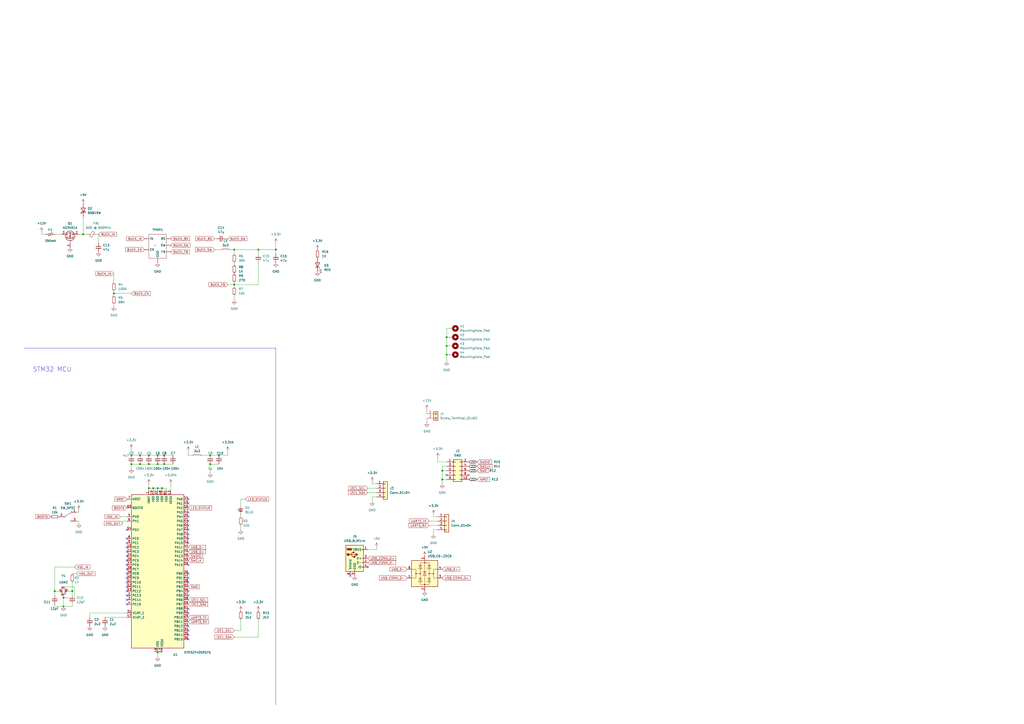
<source format=kicad_sch>
(kicad_sch (version 20230121) (generator eeschema)
  (paper "A2")
  (title_block (title "stm32devboard") (date "2023-11-18"))
  (lib_symbols
    (symbol "Connector:Screw_Terminal_01x02" (pin_names (offset 1.016) hide)
      (property "Reference" "J" (at 0 2.54 0))
      (property "Value" "Screw_Terminal_01x02" (at 0 -5.08 0))
      (symbol "Screw_Terminal_01x02_1_1"
        (pin passive line (at -5.08 0 0) (length 3.81) (name "Pin_1") (number "1"))
        (pin passive line (at -5.08 -2.54 0) (length 3.81) (name "Pin_2") (number "2"))
      )
    )
    (symbol "Connector:USB_B_Micro" (pin_names (offset 1.016))
      (property "Reference" "J" (at -5.08 11.43 0))
      (property "Value" "USB_B_Micro" (at -5.08 8.89 0))
      (symbol "USB_B_Micro_1_1"
        (pin power_out line (at 7.62 5.08 180) (length 2.54) (name "VBUS") (number "1"))
        (pin bidirectional line (at 7.62 -2.54 180) (length 2.54) (name "D-") (number "2"))
        (pin bidirectional line (at 7.62 0 180) (length 2.54) (name "D+") (number "3"))
        (pin passive line (at 7.62 -5.08 180) (length 2.54) (name "ID") (number "4"))
        (pin power_out line (at 0 -10.16 90) (length 2.54) (name "GND") (number "5"))
        (pin passive line (at -2.54 -10.16 90) (length 2.54) (name "Shield") (number "6"))
      )
    )
    (symbol "Connector_Generic:Conn_01x04" (pin_names (offset 1.016) hide)
      (property "Reference" "J" (at 0 5.08 0))
      (property "Value" "Conn_01x04" (at 0 -7.62 0))
      (symbol "Conn_01x04_1_1"
        (pin passive line (at -5.08 2.54 0) (length 3.81) (name "Pin_1") (number "1"))
        (pin passive line (at -5.08 0 0) (length 3.81) (name "Pin_2") (number "2"))
        (pin passive line (at -5.08 -2.54 0) (length 3.81) (name "Pin_3") (number "3"))
        (pin passive line (at -5.08 -5.08 0) (length 3.81) (name "Pin_4") (number "4"))
      )
    )
    (symbol "Connector_Generic:Conn_02x05_Odd_Even" (pin_names (offset 1.016) hide)
      (property "Reference" "J" (at 1.27 7.62 0))
      (property "Value" "Conn_02x05_Odd_Even" (at 1.27 -7.62 0))
      (symbol "Conn_02x05_Odd_Even_1_1"
        (pin passive line (at -5.08 5.08 0) (length 3.81) (name "Pin_1") (number "1"))
        (pin passive line (at 7.62 -5.08 180) (length 3.81) (name "Pin_10") (number "10"))
        (pin passive line (at 7.62 5.08 180) (length 3.81) (name "Pin_2") (number "2"))
        (pin passive line (at -5.08 2.54 0) (length 3.81) (name "Pin_3") (number "3"))
        (pin passive line (at 7.62 2.54 180) (length 3.81) (name "Pin_4") (number "4"))
        (pin passive line (at -5.08 0 0) (length 3.81) (name "Pin_5") (number "5"))
        (pin passive line (at 7.62 0 180) (length 3.81) (name "Pin_6") (number "6"))
        (pin passive line (at -5.08 -2.54 0) (length 3.81) (name "Pin_7") (number "7"))
        (pin passive line (at 7.62 -2.54 180) (length 3.81) (name "Pin_8") (number "8"))
        (pin passive line (at -5.08 -5.08 0) (length 3.81) (name "Pin_9") (number "9"))
      )
    )
    (symbol "Device:C_Small" (pin_numbers hide) (pin_names (offset 0.254) hide)
      (property "Reference" "C" (at 0.254 1.778 0))
      (property "Value" "C_Small" (at 0.254 -2.032 0))
      (symbol "C_Small_1_1"
        (pin passive line (at 0 2.54 270) (length 2.032) (name "~") (number "1"))
        (pin passive line (at 0 -2.54 90) (length 2.032) (name "~") (number "2"))
      )
    )
    (symbol "Device:Crystal_GND24_Small" (pin_names (offset 1.016) hide)
      (property "Reference" "Y" (at 1.27 4.445 0))
      (property "Value" "Crystal_GND24_Small" (at 1.27 2.54 0))
      (symbol "Crystal_GND24_Small_1_1"
        (pin passive line (at -2.54 0 0) (length 1.27) (name "1") (number "1"))
        (pin passive line (at 0 -2.54 90) (length 0.635) (name "2") (number "2"))
        (pin passive line (at 2.54 0 180) (length 1.27) (name "3") (number "3"))
        (pin passive line (at 0 2.54 270) (length 0.635) (name "4") (number "4"))
      )
    )
    (symbol "Device:D_Schottky" (pin_numbers hide) (pin_names (offset 1.016) hide)
      (property "Reference" "D" (at 0 2.54 0))
      (property "Value" "D_Schottky" (at 0 -2.54 0))
      (symbol "D_Schottky_1_1"
        (pin passive line (at -3.81 0 0) (length 2.54) (name "K") (number "1"))
        (pin passive line (at 3.81 0 180) (length 2.54) (name "A") (number "2"))
      )
    )
    (symbol "Device:FerriteBead_Small" (pin_numbers hide) (pin_names (offset 0))
      (property "Reference" "FB" (at 1.905 1.27 0))
      (property "Value" "FerriteBead_Small" (at 1.905 -1.27 0))
      (symbol "FerriteBead_Small_1_1"
        (pin passive line (at 0 2.54 270) (length 1.27) (name "~") (number "1"))
        (pin passive line (at 0 -2.54 90) (length 1.27) (name "~") (number "2"))
      )
    )
    (symbol "Device:LED" (pin_numbers hide) (pin_names (offset 1.016) hide)
      (property "Reference" "D" (at 0 2.54 0))
      (property "Value" "LED" (at 0 -2.54 0))
      (symbol "LED_1_1"
        (pin passive line (at -3.81 0 0) (length 2.54) (name "K") (number "1"))
        (pin passive line (at 3.81 0 180) (length 2.54) (name "A") (number "2"))
      )
    )
    (symbol "Device:LED_Small" (pin_numbers hide) (pin_names (offset 0.254) hide)
      (property "Reference" "D" (at -1.27 3.175 0))
      (property "Value" "LED_Small" (at -4.445 -2.54 0))
      (symbol "LED_Small_1_1"
        (pin passive line (at -2.54 0 0) (length 1.778) (name "K") (number "1"))
        (pin passive line (at 2.54 0 180) (length 1.778) (name "A") (number "2"))
      )
    )
    (symbol "Device:L_Small" (pin_numbers hide) (pin_names (offset 0.254) hide)
      (property "Reference" "L" (at 0.762 1.016 0))
      (property "Value" "L_Small" (at 0.762 -1.016 0))
      (symbol "L_Small_1_1"
        (pin passive line (at 0 2.54 270) (length 0.508) (name "~") (number "1"))
        (pin passive line (at 0 -2.54 90) (length 0.508) (name "~") (number "2"))
      )
    )
    (symbol "Device:Polyfuse_Small" (pin_numbers hide) (pin_names (offset 0))
      (property "Reference" "F" (at -1.905 0 90))
      (property "Value" "Polyfuse_Small" (at 1.905 0 90))
      (symbol "Polyfuse_Small_1_1"
        (pin passive line (at 0 2.54 270) (length 0.635) (name "~") (number "1"))
        (pin passive line (at 0 -2.54 90) (length 0.635) (name "~") (number "2"))
      )
    )
    (symbol "Device:R_Small" (pin_numbers hide) (pin_names (offset 0.254) hide)
      (property "Reference" "R" (at 0.762 0.508 0))
      (property "Value" "R_Small" (at 0.762 -1.016 0))
      (symbol "R_Small_1_1"
        (pin passive line (at 0 2.54 270) (length 0.762) (name "~") (number "1"))
        (pin passive line (at 0 -2.54 90) (length 0.762) (name "~") (number "2"))
      )
    )
    (symbol "MCU_ST_STM32F4:STM32F405RGTx"
      (property "Reference" "U" (at -15.24 46.99 0))
      (property "Value" "STM32F405RGTx" (at 10.16 46.99 0))
      (symbol "STM32F405RGTx_1_1"
        (pin power_in line (at -5.08 48.26 270) (length 2.54) (name "VBAT") (number "1"))
        (pin bidirectional line (at -17.78 15.24 0) (length 2.54) (name "PC2") (number "10"))
        (pin bidirectional line (at -17.78 12.7 0) (length 2.54) (name "PC3") (number "11"))
        (pin power_in line (at 2.54 -45.72 90) (length 2.54) (name "VSSA") (number "12"))
        (pin power_in line (at 7.62 48.26 270) (length 2.54) (name "VDDA") (number "13"))
        (pin bidirectional line (at 17.78 43.18 180) (length 2.54) (name "PA0") (number "14"))
        (pin bidirectional line (at 17.78 40.64 180) (length 2.54) (name "PA1") (number "15"))
        (pin bidirectional line (at 17.78 38.1 180) (length 2.54) (name "PA2") (number "16"))
        (pin bidirectional line (at 17.78 35.56 180) (length 2.54) (name "PA3") (number "17"))
        (pin power_in line (at 0 -45.72 90) (length 2.54) (name "VSS") (number "18"))
        (pin power_in line (at -2.54 48.26 270) (length 2.54) (name "VDD") (number "19"))
        (pin bidirectional line (at -17.78 -12.7 0) (length 2.54) (name "PC13") (number "2"))
        (pin bidirectional line (at 17.78 33.02 180) (length 2.54) (name "PA4") (number "20"))
        (pin bidirectional line (at 17.78 30.48 180) (length 2.54) (name "PA5") (number "21"))
        (pin bidirectional line (at 17.78 27.94 180) (length 2.54) (name "PA6") (number "22"))
        (pin bidirectional line (at 17.78 25.4 180) (length 2.54) (name "PA7") (number "23"))
        (pin bidirectional line (at -17.78 10.16 0) (length 2.54) (name "PC4") (number "24"))
        (pin bidirectional line (at -17.78 7.62 0) (length 2.54) (name "PC5") (number "25"))
        (pin bidirectional line (at 17.78 0 180) (length 2.54) (name "PB0") (number "26"))
        (pin bidirectional line (at 17.78 -2.54 180) (length 2.54) (name "PB1") (number "27"))
        (pin bidirectional line (at 17.78 -5.08 180) (length 2.54) (name "PB2") (number "28"))
        (pin bidirectional line (at 17.78 -25.4 180) (length 2.54) (name "PB10") (number "29"))
        (pin bidirectional line (at -17.78 -15.24 0) (length 2.54) (name "PC14") (number "3"))
        (pin bidirectional line (at 17.78 -27.94 180) (length 2.54) (name "PB11") (number "30"))
        (pin power_out line (at -17.78 -22.86 0) (length 2.54) (name "VCAP_1") (number "31"))
        (pin power_in line (at 0 48.26 270) (length 2.54) (name "VDD") (number "32"))
        (pin bidirectional line (at 17.78 -30.48 180) (length 2.54) (name "PB12") (number "33"))
        (pin bidirectional line (at 17.78 -33.02 180) (length 2.54) (name "PB13") (number "34"))
        (pin bidirectional line (at 17.78 -35.56 180) (length 2.54) (name "PB14") (number "35"))
        (pin bidirectional line (at 17.78 -38.1 180) (length 2.54) (name "PB15") (number "36"))
        (pin bidirectional line (at -17.78 5.08 0) (length 2.54) (name "PC6") (number "37"))
        (pin bidirectional line (at -17.78 2.54 0) (length 2.54) (name "PC7") (number "38"))
        (pin bidirectional line (at -17.78 0 0) (length 2.54) (name "PC8") (number "39"))
        (pin bidirectional line (at -17.78 -17.78 0) (length 2.54) (name "PC15") (number "4"))
        (pin bidirectional line (at -17.78 -2.54 0) (length 2.54) (name "PC9") (number "40"))
        (pin bidirectional line (at 17.78 22.86 180) (length 2.54) (name "PA8") (number "41"))
        (pin bidirectional line (at 17.78 20.32 180) (length 2.54) (name "PA9") (number "42"))
        (pin bidirectional line (at 17.78 17.78 180) (length 2.54) (name "PA10") (number "43"))
        (pin bidirectional line (at 17.78 15.24 180) (length 2.54) (name "PA11") (number "44"))
        (pin bidirectional line (at 17.78 12.7 180) (length 2.54) (name "PA12") (number "45"))
        (pin bidirectional line (at 17.78 10.16 180) (length 2.54) (name "PA13") (number "46"))
        (pin power_out line (at -17.78 -25.4 0) (length 2.54) (name "VCAP_2") (number "47"))
        (pin power_in line (at 2.54 48.26 270) (length 2.54) (name "VDD") (number "48"))
        (pin bidirectional line (at 17.78 7.62 180) (length 2.54) (name "PA14") (number "49"))
        (pin bidirectional line (at -17.78 33.02 0) (length 2.54) (name "PH0") (number "5"))
        (pin bidirectional line (at 17.78 5.08 180) (length 2.54) (name "PA15") (number "50"))
        (pin bidirectional line (at -17.78 -5.08 0) (length 2.54) (name "PC10") (number "51"))
        (pin bidirectional line (at -17.78 -7.62 0) (length 2.54) (name "PC11") (number "52"))
        (pin bidirectional line (at -17.78 -10.16 0) (length 2.54) (name "PC12") (number "53"))
        (pin bidirectional line (at -17.78 25.4 0) (length 2.54) (name "PD2") (number "54"))
        (pin bidirectional line (at 17.78 -7.62 180) (length 2.54) (name "PB3") (number "55"))
        (pin bidirectional line (at 17.78 -10.16 180) (length 2.54) (name "PB4") (number "56"))
        (pin bidirectional line (at 17.78 -12.7 180) (length 2.54) (name "PB5") (number "57"))
        (pin bidirectional line (at 17.78 -15.24 180) (length 2.54) (name "PB6") (number "58"))
        (pin bidirectional line (at 17.78 -17.78 180) (length 2.54) (name "PB7") (number "59"))
        (pin bidirectional line (at -17.78 30.48 0) (length 2.54) (name "PH1") (number "6"))
        (pin input line (at -17.78 38.1 0) (length 2.54) (name "BOOT0") (number "60"))
        (pin bidirectional line (at 17.78 -20.32 180) (length 2.54) (name "PB8") (number "61"))
        (pin bidirectional line (at 17.78 -22.86 180) (length 2.54) (name "PB9") (number "62"))
        (pin passive line (at 0 -45.72 90) (length 2.54) hide (name "VSS") (number "63"))
        (pin power_in line (at 5.08 48.26 270) (length 2.54) (name "VDD") (number "64"))
        (pin input line (at -17.78 43.18 0) (length 2.54) (name "NRST") (number "7"))
        (pin bidirectional line (at -17.78 20.32 0) (length 2.54) (name "PC0") (number "8"))
        (pin bidirectional line (at -17.78 17.78 0) (length 2.54) (name "PC1") (number "9"))
      )
    )
    (symbol "Mechanical:MountingHole_Pad" (pin_numbers hide) (pin_names (offset 1.016) hide)
      (property "Reference" "H" (at 0 6.35 0))
      (property "Value" "MountingHole_Pad" (at 0 4.445 0))
      (symbol "MountingHole_Pad_1_1"
        (pin input line (at 0 -2.54 90) (length 2.54) (name "1") (number "1"))
      )
    )
    (symbol "Power_Protection:USBLC6-2SC6" (pin_names hide)
      (property "Reference" "U" (at 2.54 8.89 0))
      (property "Value" "USBLC6-2SC6" (at 2.54 -8.89 0))
      (symbol "USBLC6-2SC6_1_1"
        (pin passive line (at -10.16 -2.54 0) (length 2.54) (name "I/O1") (number "1"))
        (pin passive line (at 0 -10.16 90) (length 2.54) (name "GND") (number "2"))
        (pin passive line (at 10.16 -2.54 180) (length 2.54) (name "I/O2") (number "3"))
        (pin passive line (at 10.16 2.54 180) (length 2.54) (name "I/O2") (number "4"))
        (pin passive line (at 0 10.16 270) (length 2.54) (name "VBUS") (number "5"))
        (pin passive line (at -10.16 2.54 0) (length 2.54) (name "I/O1") (number "6"))
      )
    )
    (symbol "Switch:SW_SPDT" (pin_names (offset 0) hide)
      (property "Reference" "SW" (at 0 4.318 0))
      (property "Value" "SW_SPDT" (at 0 -5.08 0))
      (symbol "SW_SPDT_1_1"
        (pin passive line (at 5.08 2.54 180) (length 2.54) (name "A") (number "1"))
        (pin passive line (at -5.08 0 0) (length 2.54) (name "B") (number "2"))
        (pin passive line (at 5.08 -2.54 180) (length 2.54) (name "C") (number "3"))
      )
    )
    (symbol "TPMP2359:TPMP2359"
      (property "Reference" "TPMP2359" (at 0 8.89 0))
      (symbol "TPMP2359_1_1"
        (pin input line (at 7.62 3.81 180) (length 2.54) (name "BS") (number ""))
        (pin input line (at -7.62 -2.54 0) (length 2.54) (name "EN") (number ""))
        (pin output line (at 7.62 -3.81 180) (length 2.54) (name "FB") (number ""))
        (pin input line (at 0 -10.16 90) (length 2.54) (name "GND") (number ""))
        (pin input line (at -7.62 3.81 0) (length 2.54) (name "IN") (number ""))
        (pin output line (at 7.62 0 180) (length 2.54) (name "SW") (number ""))
      )
    )
    (symbol "Transistor_FET:AO3401A" (pin_names hide)
      (property "Reference" "Q" (at 5.08 1.905 0))
      (property "Value" "AO3401A" (at 5.08 0 0))
      (symbol "AO3401A_1_1"
        (pin input line (at -5.08 0 0) (length 2.54) (name "G") (number "1"))
        (pin passive line (at 2.54 -5.08 90) (length 2.54) (name "S") (number "2"))
        (pin passive line (at 2.54 5.08 270) (length 2.54) (name "D") (number "3"))
      )
    )
    (symbol "power:+12V" (power) (pin_names (offset 0))
      (property "Value" "+12V" (at 0 3.556 0))
      (symbol "+12V_1_1"
        (pin power_in line (at 0 0 90) (length 0) hide (name "+12V") (number "1"))
      )
    )
    (symbol "power:+3.3V" (power) (pin_names (offset 0))
      (property "Value" "+3.3V" (at 0 3.556 0))
      (symbol "+3.3V_1_1"
        (pin power_in line (at 0 0 90) (length 0) hide (name "+3.3V") (number "1"))
      )
    )
    (symbol "power:+3.3VA" (power) (pin_names (offset 0))
      (property "Value" "+3.3VA" (at 0 3.556 0))
      (symbol "+3.3VA_1_1"
        (pin power_in line (at 0 0 90) (length 0) hide (name "+3.3VA") (number "1"))
      )
    )
    (symbol "power:+5V" (power) (pin_names (offset 0))
      (property "Value" "+5V" (at 0 3.556 0))
      (symbol "+5V_1_1"
        (pin power_in line (at 0 0 90) (length 0) hide (name "+5V") (number "1"))
      )
    )
    (symbol "power:GND" (power) (pin_names (offset 0))
      (property "Value" "GND" (at 0 -3.81 0))
      (symbol "GND_1_1"
        (pin power_in line (at 0 0 270) (length 0) hide (name "GND") (number "1"))
      )
    )
  )
  (junction (at 95.25 269.24))
  (junction (at 36.83 346.71))
  (junction (at 31.75 342.9))
  (junction (at 256.54 273.05))
  (junction (at 93.98 283.21))
  (junction (at 48.26 135.89))
  (junction (at 81.28 264.16))
  (junction (at 76.2 269.24))
  (junction (at 76.2 264.16))
  (junction (at 86.36 269.24))
  (junction (at 91.44 269.24))
  (junction (at 41.91 342.9))
  (junction (at 135.89 144.78))
  (junction (at 86.36 264.16))
  (junction (at 91.44 378.46))
  (junction (at 88.9 283.21))
  (junction (at 259.08 200.66))
  (junction (at 91.44 264.16))
  (junction (at 36.83 351.79))
  (junction (at 149.86 144.78))
  (junction (at 256.54 278.13))
  (junction (at 127 264.16))
  (junction (at 135.89 165.1))
  (junction (at 66.04 170.18))
  (junction (at 86.36 283.21))
  (junction (at 160.02 144.78))
  (junction (at 95.25 264.16))
  (junction (at 121.92 269.24))
  (junction (at 121.92 264.16))
  (junction (at 91.44 283.21))
  (junction (at 259.08 205.74))
  (junction (at 259.08 195.58))
  (junction (at 81.28 269.24))
  (no_connect (at 109.22 309.88))
  (no_connect (at 73.66 307.34))
  (no_connect (at 73.66 320.04))
  (no_connect (at 109.22 353.06))
  (no_connect (at 73.66 340.36))
  (no_connect (at 73.66 337.82))
  (no_connect (at 73.66 327.66))
  (no_connect (at 73.66 312.42))
  (no_connect (at 109.22 314.96))
  (no_connect (at 213.36 328.93))
  (no_connect (at 109.22 304.8))
  (no_connect (at 73.66 342.9))
  (no_connect (at 109.22 327.66))
  (no_connect (at 109.22 370.84))
  (no_connect (at 109.22 365.76))
  (no_connect (at 73.66 330.2))
  (no_connect (at 109.22 297.18))
  (no_connect (at 259.08 275.59))
  (no_connect (at 109.22 332.74))
  (no_connect (at 73.66 325.12))
  (no_connect (at 109.22 345.44))
  (no_connect (at 109.22 302.26))
  (no_connect (at 109.22 292.1))
  (no_connect (at 271.78 275.59))
  (no_connect (at 73.66 322.58))
  (no_connect (at 73.66 335.28))
  (no_connect (at 109.22 355.6))
  (no_connect (at 73.66 345.44))
  (no_connect (at 109.22 299.72))
  (no_connect (at 109.22 289.56))
  (no_connect (at 109.22 363.22))
  (no_connect (at 73.66 317.5))
  (no_connect (at 73.66 314.96))
  (no_connect (at 109.22 342.9))
  (no_connect (at 73.66 350.52))
  (no_connect (at 109.22 368.3))
  (no_connect (at 109.22 307.34))
  (no_connect (at 203.2 334.01))
  (no_connect (at 73.66 347.98))
  (no_connect (at 73.66 332.74))
  (no_connect (at 109.22 335.28))
  (no_connect (at 109.22 312.42))
  (no_connect (at 109.22 337.82))
  (wire (pts (xy 41.91 342.9) (xy 41.91 345.44)))
  (wire (pts (xy 259.08 205.74) (xy 260.35 205.74)))
  (wire (pts (xy 248.92 304.8) (xy 254 304.8)))
  (polyline (pts (xy 13.97 201.93) (xy 160.02 201.93)))
  (wire (pts (xy 149.86 144.78) (xy 135.89 144.78)))
  (wire (pts (xy 41.91 332.74) (xy 44.45 332.74)))
  (wire (pts (xy 41.91 350.52) (xy 41.91 351.79)))
  (wire (pts (xy 93.98 283.21) (xy 96.52 283.21)))
  (wire (pts (xy 132.08 165.1) (xy 135.89 165.1)))
  (wire (pts (xy 86.36 269.24) (xy 91.44 269.24)))
  (wire (pts (xy 247.65 237.49) (xy 247.65 240.03)))
  (wire (pts (xy 109.22 264.16) (xy 111.76 264.16)))
  (wire (pts (xy 60.96 358.14) (xy 73.66 358.14)))
  (wire (pts (xy 135.89 163.83) (xy 135.89 165.1)))
  (wire (pts (xy 45.72 302.26) (xy 44.45 302.26)))
  (wire (pts (xy 76.2 269.24) (xy 76.2 271.78)))
  (wire (pts (xy 31.75 135.89) (xy 35.56 135.89)))
  (wire (pts (xy 31.75 342.9) (xy 31.75 345.44)))
  (wire (pts (xy 121.92 269.24) (xy 127 269.24)))
  (wire (pts (xy 132.08 264.16) (xy 127 264.16)))
  (wire (pts (xy 71.12 303.53) (xy 71.12 302.26)))
  (wire (pts (xy 81.28 269.24) (xy 86.36 269.24)))
  (wire (pts (xy 52.07 355.6) (xy 73.66 355.6)))
  (wire (pts (xy 259.08 270.51) (xy 256.54 270.51)))
  (wire (pts (xy 259.08 200.66) (xy 259.08 205.74)))
  (wire (pts (xy 43.18 346.71) (xy 36.83 346.71)))
  (polyline (pts (xy 160.02 201.93) (xy 160.02 408.94)))
  (wire (pts (xy 218.44 317.5) (xy 218.44 318.77)))
  (wire (pts (xy 251.46 307.34) (xy 251.46 309.88)))
  (wire (pts (xy 48.26 135.89) (xy 50.8 135.89)))
  (wire (pts (xy 213.36 285.75) (xy 218.44 285.75)))
  (wire (pts (xy 34.29 342.9) (xy 31.75 342.9)))
  (wire (pts (xy 139.7 289.56) (xy 139.7 293.37)))
  (wire (pts (xy 41.91 351.79) (xy 36.83 351.79)))
  (wire (pts (xy 66.04 170.18) (xy 76.2 170.18)))
  (wire (pts (xy 149.86 152.4) (xy 149.86 165.1)))
  (wire (pts (xy 36.83 345.44) (xy 36.83 346.71)))
  (wire (pts (xy 215.9 280.67) (xy 215.9 279.4)))
  (wire (pts (xy 139.7 304.8) (xy 139.7 307.34)))
  (wire (pts (xy 96.52 283.21) (xy 96.52 284.48)))
  (wire (pts (xy 76.2 260.35) (xy 76.2 264.16)))
  (wire (pts (xy 149.86 165.1) (xy 135.89 165.1)))
  (wire (pts (xy 66.04 158.75) (xy 66.04 163.83)))
  (wire (pts (xy 91.44 283.21) (xy 91.44 284.48)))
  (wire (pts (xy 218.44 318.77) (xy 213.36 318.77)))
  (wire (pts (xy 45.72 297.18) (xy 44.45 297.18)))
  (wire (pts (xy 91.44 378.46) (xy 91.44 381)))
  (wire (pts (xy 135.89 144.78) (xy 135.89 147.32)))
  (wire (pts (xy 36.83 340.36) (xy 43.18 340.36)))
  (wire (pts (xy 91.44 283.21) (xy 93.98 283.21)))
  (wire (pts (xy 93.98 283.21) (xy 93.98 284.48)))
  (wire (pts (xy 132.08 261.62) (xy 132.08 264.16)))
  (wire (pts (xy 259.08 267.97) (xy 254 267.97)))
  (wire (pts (xy 45.72 295.91) (xy 45.72 297.18)))
  (wire (pts (xy 36.83 351.79) (xy 31.75 351.79)))
  (wire (pts (xy 91.44 269.24) (xy 95.25 269.24)))
  (wire (pts (xy 86.36 264.16) (xy 91.44 264.16)))
  (wire (pts (xy 116.84 264.16) (xy 121.92 264.16)))
  (wire (pts (xy 256.54 278.13) (xy 259.08 278.13)))
  (wire (pts (xy 139.7 365.76) (xy 139.7 359.41)))
  (wire (pts (xy 95.25 269.24) (xy 100.33 269.24)))
  (wire (pts (xy 45.72 135.89) (xy 48.26 135.89)))
  (wire (pts (xy 256.54 270.51) (xy 256.54 273.05)))
  (wire (pts (xy 124.46 144.78) (xy 128.27 144.78)))
  (wire (pts (xy 256.54 273.05) (xy 256.54 278.13)))
  (wire (pts (xy 135.89 152.4) (xy 135.89 153.67)))
  (wire (pts (xy 43.18 340.36) (xy 43.18 346.71)))
  (wire (pts (xy 91.44 378.46) (xy 93.98 378.46)))
  (wire (pts (xy 43.18 328.93) (xy 31.75 328.93)))
  (wire (pts (xy 135.89 165.1) (xy 135.89 166.37)))
  (wire (pts (xy 95.25 264.16) (xy 100.33 264.16)))
  (wire (pts (xy 36.83 346.71) (xy 36.83 351.79)))
  (wire (pts (xy 121.92 264.16) (xy 127 264.16)))
  (wire (pts (xy 31.75 351.79) (xy 31.75 350.52)))
  (wire (pts (xy 121.92 269.24) (xy 121.92 274.32)))
  (wire (pts (xy 247.65 242.57) (xy 247.65 245.11)))
  (wire (pts (xy 31.75 328.93) (xy 31.75 342.9)))
  (wire (pts (xy 160.02 147.32) (xy 160.02 144.78)))
  (wire (pts (xy 135.89 365.76) (xy 139.7 365.76)))
  (wire (pts (xy 149.86 147.32) (xy 149.86 144.78)))
  (wire (pts (xy 254 267.97) (xy 254 265.43)))
  (wire (pts (xy 254 299.72) (xy 251.46 299.72)))
  (wire (pts (xy 66.04 168.91) (xy 66.04 170.18)))
  (wire (pts (xy 45.72 303.53) (xy 45.72 302.26)))
  (wire (pts (xy 86.36 280.67) (xy 86.36 283.21)))
  (wire (pts (xy 76.2 264.16) (xy 81.28 264.16)))
  (wire (pts (xy 66.04 176.53) (xy 66.04 177.8)))
  (wire (pts (xy 88.9 283.21) (xy 91.44 283.21)))
  (wire (pts (xy 57.15 135.89) (xy 57.15 140.97)))
  (wire (pts (xy 39.37 342.9) (xy 41.91 342.9)))
  (wire (pts (xy 48.26 125.73) (xy 48.26 135.89)))
  (wire (pts (xy 218.44 280.67) (xy 215.9 280.67)))
  (wire (pts (xy 88.9 283.21) (xy 88.9 284.48)))
  (wire (pts (xy 86.36 283.21) (xy 88.9 283.21)))
  (wire (pts (xy 86.36 283.21) (xy 86.36 284.48)))
  (wire (pts (xy 256.54 273.05) (xy 259.08 273.05)))
  (wire (pts (xy 256.54 278.13) (xy 256.54 280.67)))
  (wire (pts (xy 259.08 190.5) (xy 259.08 195.58)))
  (wire (pts (xy 213.36 283.21) (xy 218.44 283.21)))
  (wire (pts (xy 248.92 302.26) (xy 254 302.26)))
  (wire (pts (xy 251.46 299.72) (xy 251.46 298.45)))
  (wire (pts (xy 160.02 140.97) (xy 160.02 144.78)))
  (wire (pts (xy 24.13 134.62) (xy 24.13 135.89)))
  (wire (pts (xy 160.02 144.78) (xy 149.86 144.78)))
  (wire (pts (xy 66.04 170.18) (xy 66.04 171.45)))
  (wire (pts (xy 55.88 135.89) (xy 57.15 135.89)))
  (wire (pts (xy 81.28 264.16) (xy 86.36 264.16)))
  (wire (pts (xy 133.35 144.78) (xy 135.89 144.78)))
  (wire (pts (xy 142.24 289.56) (xy 139.7 289.56)))
  (wire (pts (xy 41.91 337.82) (xy 41.91 342.9)))
  (wire (pts (xy 130.81 138.43) (xy 132.08 138.43)))
  (wire (pts (xy 259.08 205.74) (xy 259.08 209.55)))
  (wire (pts (xy 91.44 264.16) (xy 95.25 264.16)))
  (wire (pts (xy 71.12 302.26) (xy 73.66 302.26)))
  (wire (pts (xy 52.07 358.14) (xy 52.07 355.6)))
  (wire (pts (xy 259.08 200.66) (xy 260.35 200.66)))
  (wire (pts (xy 135.89 171.45) (xy 135.89 173.99)))
  (wire (pts (xy 76.2 269.24) (xy 81.28 269.24)))
  (wire (pts (xy 254 307.34) (xy 251.46 307.34)))
  (wire (pts (xy 260.35 190.5) (xy 259.08 190.5)))
  (wire (pts (xy 109.22 261.62) (xy 109.22 264.16)))
  (wire (pts (xy 215.9 288.29) (xy 215.9 290.83)))
  (wire (pts (xy 99.06 280.67) (xy 99.06 284.48)))
  (wire (pts (xy 259.08 195.58) (xy 259.08 200.66)))
  (wire (pts (xy 69.85 299.72) (xy 73.66 299.72)))
  (wire (pts (xy 218.44 288.29) (xy 215.9 288.29)))
  (wire (pts (xy 124.46 138.43) (xy 125.73 138.43)))
  (wire (pts (xy 135.89 369.57) (xy 149.86 369.57)))
  (wire (pts (xy 24.13 135.89) (xy 26.67 135.89)))
  (wire (pts (xy 259.08 195.58) (xy 260.35 195.58)))
  (wire (pts (xy 139.7 298.45) (xy 139.7 299.72)))
  (wire (pts (xy 149.86 369.57) (xy 149.86 359.41)))
  (text "STM32 MCU" (at 19.05 215.9 0) (effects (font (size 2.54 2.54)) (justify left bottom)))
  (global_label "HSE_OUT" (shape input) (at 71.12 303.53 180) (property "Intersheetrefs" "${INTERSHEET_REFS}" (effects hide)))
  (global_label "BUCK_IN" (shape input) (at 83.82 138.43 180) (property "Intersheetrefs" "${INTERSHEET_REFS}" (effects hide)))
  (global_label "BUCK_EN" (shape input) (at 76.2 170.18 0) (property "Intersheetrefs" "${INTERSHEET_REFS}" (effects hide)))
  (global_label "UART3_TX" (shape input) (at 248.92 302.26 180) (property "Intersheetrefs" "${INTERSHEET_REFS}" (effects hide)))
  (global_label "BOOT0" (shape input) (at 29.21 299.72 180) (property "Intersheetrefs" "${INTERSHEET_REFS}" (effects hide)))
  (global_label "BUCK_FB" (shape input) (at 99.06 146.05 0) (property "Intersheetrefs" "${INTERSHEET_REFS}" (effects hide)))
  (global_label "SWDIO" (shape input) (at 109.22 322.58 0) (property "Intersheetrefs" "${INTERSHEET_REFS}" (effects hide)))
  (global_label "I2C1_SDA" (shape input) (at 109.22 350.52 0) (property "Intersheetrefs" "${INTERSHEET_REFS}" (effects hide)))
  (global_label "NRST" (shape input) (at 276.86 278.13 0) (property "Intersheetrefs" "${INTERSHEET_REFS}" (effects hide)))
  (global_label "UART3_TX" (shape input) (at 109.22 358.14 0) (property "Intersheetrefs" "${INTERSHEET_REFS}" (effects hide)))
  (global_label "HSE_OUT" (shape input) (at 44.45 332.74 0) (property "Intersheetrefs" "${INTERSHEET_REFS}" (effects hide)))
  (global_label "BUCK_SW" (shape input) (at 99.06 142.24 0) (property "Intersheetrefs" "${INTERSHEET_REFS}" (effects hide)))
  (global_label "USB_D+" (shape input) (at 256.54 330.2 0) (property "Intersheetrefs" "${INTERSHEET_REFS}" (effects hide)))
  (global_label "UART3_RX" (shape input) (at 248.92 304.8 180) (property "Intersheetrefs" "${INTERSHEET_REFS}" (effects hide)))
  (global_label "USB_CONN_D-" (shape input) (at 213.36 326.39 0) (property "Intersheetrefs" "${INTERSHEET_REFS}" (effects hide)))
  (global_label "HSE_IN" (shape input) (at 69.85 299.72 180) (property "Intersheetrefs" "${INTERSHEET_REFS}" (effects hide)))
  (global_label "BUCK_BS" (shape input) (at 99.06 138.43 0) (property "Intersheetrefs" "${INTERSHEET_REFS}" (effects hide)))
  (global_label "BUCK_EN" (shape input) (at 83.82 144.78 180) (property "Intersheetrefs" "${INTERSHEET_REFS}" (effects hide)))
  (global_label "BUCK_FB" (shape input) (at 132.08 165.1 180) (property "Intersheetrefs" "${INTERSHEET_REFS}" (effects hide)))
  (global_label "USB_D-" (shape input) (at 236.22 330.2 180) (property "Intersheetrefs" "${INTERSHEET_REFS}" (effects hide)))
  (global_label "HSE_IN" (shape input) (at 43.18 328.93 0) (property "Intersheetrefs" "${INTERSHEET_REFS}" (effects hide)))
  (global_label "SWDIO" (shape input) (at 276.86 267.97 0) (property "Intersheetrefs" "${INTERSHEET_REFS}" (effects hide)))
  (global_label "USB_D+" (shape input) (at 109.22 320.04 0) (property "Intersheetrefs" "${INTERSHEET_REFS}" (effects hide)))
  (global_label "I2C1_SCL" (shape input) (at 213.36 283.21 180) (property "Intersheetrefs" "${INTERSHEET_REFS}" (effects hide)))
  (global_label "BOOT0" (shape input) (at 73.66 294.64 180) (property "Intersheetrefs" "${INTERSHEET_REFS}" (effects hide)))
  (global_label "BUCK_IN" (shape input) (at 66.04 158.75 180) (property "Intersheetrefs" "${INTERSHEET_REFS}" (effects hide)))
  (global_label "SWCLK" (shape input) (at 276.86 270.51 0) (property "Intersheetrefs" "${INTERSHEET_REFS}" (effects hide)))
  (global_label "SWCLK" (shape input) (at 109.22 325.12 0) (property "Intersheetrefs" "${INTERSHEET_REFS}" (effects hide)))
  (global_label "USB_D-" (shape input) (at 109.22 317.5 0) (property "Intersheetrefs" "${INTERSHEET_REFS}" (effects hide)))
  (global_label "LED_STATUS" (shape input) (at 109.22 294.64 0) (property "Intersheetrefs" "${INTERSHEET_REFS}" (effects hide)))
  (global_label "SWO" (shape input) (at 109.22 340.36 0) (property "Intersheetrefs" "${INTERSHEET_REFS}" (effects hide)))
  (global_label "I2C1_SDA" (shape input) (at 213.36 285.75 180) (property "Intersheetrefs" "${INTERSHEET_REFS}" (effects hide)))
  (global_label "I2C1_SCL" (shape input) (at 109.22 347.98 0) (property "Intersheetrefs" "${INTERSHEET_REFS}" (effects hide)))
  (global_label "BUCK_IN" (shape input) (at 57.15 135.89 0) (property "Intersheetrefs" "${INTERSHEET_REFS}" (effects hide)))
  (global_label "UART3_RX" (shape input) (at 109.22 360.68 0) (property "Intersheetrefs" "${INTERSHEET_REFS}" (effects hide)))
  (global_label "BUCK_SW" (shape input) (at 124.46 144.78 180) (property "Intersheetrefs" "${INTERSHEET_REFS}" (effects hide)))
  (global_label "I2C1_SDA" (shape input) (at 135.89 369.57 180) (property "Intersheetrefs" "${INTERSHEET_REFS}" (effects hide)))
  (global_label "USB_CONN_D+" (shape input) (at 256.54 335.28 0) (property "Intersheetrefs" "${INTERSHEET_REFS}" (effects hide)))
  (global_label "NRST" (shape input) (at 73.66 289.56 180) (property "Intersheetrefs" "${INTERSHEET_REFS}" (effects hide)))
  (global_label "BUCK_SW" (shape input) (at 132.08 138.43 0) (property "Intersheetrefs" "${INTERSHEET_REFS}" (effects hide)))
  (global_label "LED_STATUS" (shape input) (at 142.24 289.56 0) (property "Intersheetrefs" "${INTERSHEET_REFS}" (effects hide)))
  (global_label "SWO" (shape input) (at 276.86 273.05 0) (property "Intersheetrefs" "${INTERSHEET_REFS}" (effects hide)))
  (global_label "USB_CONN_D-" (shape input) (at 236.22 335.28 180) (property "Intersheetrefs" "${INTERSHEET_REFS}" (effects hide)))
  (global_label "I2C1_SCL" (shape input) (at 135.89 365.76 180) (property "Intersheetrefs" "${INTERSHEET_REFS}" (effects hide)))
  (global_label "USB_CONN_D+" (shape input) (at 213.36 323.85 0) (property "Intersheetrefs" "${INTERSHEET_REFS}" (effects hide)))
  (global_label "BUCK_BS" (shape input) (at 124.46 138.43 180) (property "Intersheetrefs" "${INTERSHEET_REFS}" (effects hide)))
  (symbol (lib_id "Device:C_Small") (at 31.75 347.98 0) (unit 1)
    (property "Reference" "C11" (at 25.4 349.25 0) (effects (justify left)))
    (property "Value" "12pF" (at 29.21 353.06 0) (effects (justify left)))
    (property "Footprint" "Capacitor_SMD:C_0402_1005Metric" (effects hide))
  )
  (symbol (lib_id "Device:R_Small") (at 41.91 335.28 0) (unit 1)
    (property "Reference" "R2" (at 43.18 335.28 0) (effects (justify left)))
    (property "Value" "47" (at 43.18 337.82 0) (effects (justify left)))
    (property "Footprint" "Resistor_SMD:R_0402_1005Metric" (effects hide))
  )
  (symbol (lib_id "Connector_Generic:Conn_01x04") (at 223.52 283.21 0) (unit 1)
    (property "Reference" "J3" (at 226.06 283.21 0) (effects (justify left)))
    (property "Value" "Conn_01x04" (at 226.06 285.75 0) (effects (justify left)))
    (property "Footprint" "Connector_Molex:Molex_PicoBlade_53048-0410_1x04_P1.25mm_Horizontal" (effects hide))
  )
  (symbol (lib_id "Connector_Generic:Conn_02x05_Odd_Even") (at 264.16 273.05 0) (unit 1)
    (property "Reference" "J2" (at 265.43 261.62 0))
    (property "Value" "SWD" (at 265.43 264.16 0))
    (property "Footprint" "Connector_PinSocket_1.27mm:PinSocket_2x05_P1.27mm_Vertical_SMD" (effects hide))
  )
  (symbol (lib_id "Device:L_Small") (at 130.81 144.78 90) (unit 1)
    (property "Reference" "L2" (at 130.81 139.7 90))
    (property "Value" "3u3" (at 130.81 142.24 90))
    (property "Footprint" "Inductor_SMD:L_0805_2012Metric" (effects hide))
  )
  (symbol (lib_id "power:+12V") (at 24.13 134.62 0) (unit 1)
    (property "Reference" "#PWR016" (effects hide))
    (property "Value" "+12V" (at 24.13 129.54 0))
  )
  (symbol (lib_id "power:+3.3V") (at 215.9 279.4 0) (unit 1)
    (property "Reference" "#PWR029" (effects hide))
    (property "Value" "+3.3V" (at 215.9 274.32 0))
  )
  (symbol (lib_id "Mechanical:MountingHole_Pad") (at 262.89 190.5 270) (unit 1)
    (property "Reference" "H1" (at 266.7 189.23 90) (effects (justify left)))
    (property "Value" "MountingHole_Pad" (at 266.7 191.77 90) (effects (justify left)))
    (property "Footprint" "MountingHole:MountingHole_4.3mm_M4_Pad_Via" (effects hide))
  )
  (symbol (lib_id "Device:LED_Small") (at 139.7 295.91 90) (unit 1)
    (property "Reference" "D1" (at 142.24 294.5765 90) (effects (justify right)))
    (property "Value" "BLUE" (at 142.24 297.1165 90) (effects (justify right)))
    (property "Footprint" "LED_SMD:LED_0603_1608Metric" (effects hide))
  )
  (symbol (lib_id "Device:FerriteBead_Small") (at 53.34 135.89 270) (unit 1)
    (property "Reference" "FB1" (at 55.88 129.54 90))
    (property "Value" "600 @ 600MHz" (at 57.15 132.08 90))
    (property "Footprint" "Inductor_SMD:L_0805_2012Metric" (effects hide))
  )
  (symbol (lib_id "Device:R_Small") (at 135.89 156.21 0) (unit 1)
    (property "Reference" "R8" (at 138.43 154.94 0) (effects (justify left)))
    (property "Value" "1K" (at 138.43 157.48 0) (effects (justify left)))
    (property "Footprint" "Resistor_SMD:R_0603_1608Metric" (effects hide))
  )
  (symbol (lib_id "Device:C_Small") (at 91.44 266.7 0) (unit 1)
    (property "Reference" "C6" (at 90.17 262.89 0) (effects (justify left)))
    (property "Value" "100n" (at 88.9 271.78 0) (effects (justify left)))
    (property "Footprint" "Capacitor_SMD:C_0402_1005Metric" (effects hide))
  )
  (symbol (lib_id "power:GND") (at 205.74 334.01 0) (unit 1)
    (property "Reference" "#PWR033" (effects hide))
    (property "Value" "GND" (at 205.74 339.09 0))
  )
  (symbol (lib_id "Connector:USB_B_Micro") (at 205.74 323.85 0) (unit 1)
    (property "Reference" "J5" (at 205.74 311.15 0))
    (property "Value" "USB_B_Micro" (at 205.74 313.69 0))
    (property "Footprint" "Connector_USB:USB_Micro-B_Amphenol_10103594-0001LF_Horizontal" (effects hide))
  )
  (symbol (lib_id "Device:C_Small") (at 128.27 138.43 270) (unit 1)
    (property "Reference" "C14" (at 128.2636 132.08 90))
    (property "Value" "47u" (at 128.2636 134.62 90))
    (property "Footprint" "Capacitor_SMD:C_0603_1608Metric" (effects hide))
  )
  (symbol (lib_id "power:+3.3V") (at 109.22 261.62 0) (unit 1)
    (property "Reference" "#PWR010" (effects hide))
    (property "Value" "+3.3V" (at 109.22 256.54 0))
  )
  (symbol (lib_id "power:GND") (at 251.46 309.88 0) (unit 1)
    (property "Reference" "#PWR032" (effects hide))
    (property "Value" "GND" (at 251.46 314.96 0))
  )
  (symbol (lib_id "Connector:Screw_Terminal_01x02") (at 252.73 240.03 0) (unit 1)
    (property "Reference" "J1" (at 255.27 240.03 0) (effects (justify left)))
    (property "Value" "Screw_Terminal_01x02" (at 255.27 242.57 0) (effects (justify left)))
    (property "Footprint" "TerminalBlock_Phoenix:TerminalBlock_Phoenix_PT-1,5-2-3.5-H_1x02_P3.50mm_Horizontal" (effects hide))
  )
  (symbol (lib_id "power:+3.3V") (at 45.72 295.91 0) (unit 1)
    (property "Reference" "#PWR06" (effects hide))
    (property "Value" "+3.3V" (at 45.72 290.83 0))
  )
  (symbol (lib_id "power:+3.3V") (at 160.02 140.97 0) (unit 1)
    (property "Reference" "#PWR022" (effects hide))
    (property "Value" "+3.3V" (at 160.02 135.89 0))
  )
  (symbol (lib_id "power:+3.3V") (at 184.15 144.78 0) (unit 1)
    (property "Reference" "#PWR038" (effects hide))
    (property "Value" "+3.3V" (at 184.15 139.7 0))
  )
  (symbol (lib_id "power:GND") (at 247.65 245.11 0) (unit 1)
    (property "Reference" "#PWR023" (effects hide))
    (property "Value" "GND" (at 247.65 250.19 0))
  )
  (symbol (lib_id "Device:R_Small") (at 66.04 173.99 0) (unit 1)
    (property "Reference" "R5" (at 68.58 172.72 0) (effects (justify left)))
    (property "Value" "68K" (at 68.58 175.26 0) (effects (justify left)))
    (property "Footprint" "Resistor_SMD:R_0603_1608Metric" (effects hide))
  )
  (symbol (lib_id "power:GND") (at 256.54 280.67 0) (unit 1)
    (property "Reference" "#PWR026" (effects hide))
    (property "Value" "GND" (at 256.54 285.75 0))
  )
  (symbol (lib_id "MCU_ST_STM32F4:STM32F405RGTx") (at 91.44 332.74 0) (unit 1)
    (property "Reference" "U1" (at 100.33 379.73 0) (effects (justify left)))
    (property "Value" "STM32F405RGT6" (at 106.68 378.46 0) (effects (justify left)))
    (property "Footprint" "Package_QFP:LQFP-64_10x10mm_P0.5mm" (effects hide))
    (property "Datasheet" "https://www.st.com/resource/en/datasheet/stm32f405rg.pdf" (effects hide))
  )
  (symbol (lib_id "power:GND") (at 121.92 274.32 0) (unit 1)
    (property "Reference" "#PWR012" (effects hide))
    (property "Value" "GND" (at 121.92 279.4 0))
  )
  (symbol (lib_id "Device:C_Small") (at 149.86 149.86 180) (unit 1)
    (property "Reference" "C15" (at 152.4 148.5836 0) (effects (justify right)))
    (property "Value" "47u" (at 152.4 151.1236 0) (effects (justify right)))
    (property "Footprint" "Capacitor_SMD:C_0603_1608Metric" (effects hide))
  )
  (symbol (lib_id "Device:R_Small") (at 135.89 149.86 0) (unit 1)
    (property "Reference" "R6" (at 138.43 148.59 0) (effects (justify left)))
    (property "Value" "30K" (at 138.43 151.13 0) (effects (justify left)))
    (property "Footprint" "Resistor_SMD:R_0603_1608Metric" (effects hide))
  )
  (symbol (lib_id "power:GND") (at 135.89 173.99 0) (unit 1)
    (property "Reference" "#PWR020" (effects hide))
    (property "Value" "GND" (at 135.89 179.07 0))
  )
  (symbol (lib_id "Device:C_Small") (at 160.02 149.86 180) (unit 1)
    (property "Reference" "C16" (at 162.56 148.5836 0) (effects (justify right)))
    (property "Value" "47u" (at 162.56 151.1236 0) (effects (justify right)))
    (property "Footprint" "Capacitor_SMD:C_0603_1608Metric" (effects hide))
  )
  (symbol (lib_id "Device:R_Small") (at 274.32 270.51 90) (unit 1)
    (property "Reference" "R11" (at 288.29 270.51 90))
    (property "Value" "22" (at 274.32 270.51 90))
    (property "Footprint" "Resistor_SMD:R_0603_1608Metric" (effects hide))
  )
  (symbol (lib_id "power:+3.3V") (at 254 265.43 0) (unit 1)
    (property "Reference" "#PWR025" (effects hide))
    (property "Value" "+3.3V" (at 254 260.35 0))
  )
  (symbol (lib_id "Device:C_Small") (at 41.91 347.98 0) (unit 1)
    (property "Reference" "C12" (at 44.45 346.7163 0) (effects (justify left)))
    (property "Value" "12pF" (at 44.45 349.2563 0) (effects (justify left)))
    (property "Footprint" "Capacitor_SMD:C_0402_1005Metric" (effects hide))
  )
  (symbol (lib_id "Device:R_Small") (at 149.86 356.87 0) (unit 1)
    (property "Reference" "R15" (at 152.4 355.6 0) (effects (justify left)))
    (property "Value" "2k2" (at 152.4 358.14 0) (effects (justify left)))
    (property "Footprint" "Resistor_SMD:R_0402_1005Metric" (effects hide))
  )
  (symbol (lib_id "power:GND") (at 57.15 146.05 0) (unit 1)
    (property "Reference" "#PWR018" (effects hide))
    (property "Value" "GND" (at 57.15 151.13 0))
  )
  (symbol (lib_id "power:GND") (at 139.7 307.34 0) (unit 1)
    (property "Reference" "#PWR014" (effects hide))
    (property "Value" "GND" (at 139.7 312.42 0))
  )
  (symbol (lib_id "Device:R_Small") (at 135.89 161.29 0) (unit 1)
    (property "Reference" "R9" (at 138.43 160.02 0) (effects (justify left)))
    (property "Value" "270" (at 138.43 162.56 0) (effects (justify left)))
    (property "Footprint" "Resistor_SMD:R_0603_1608Metric" (effects hide))
  )
  (symbol (lib_id "Device:C_Small") (at 86.36 266.7 0) (unit 1)
    (property "Reference" "C5" (at 85.09 262.89 0) (effects (justify left)))
    (property "Value" "100n" (at 83.82 271.78 0) (effects (justify left)))
    (property "Footprint" "Capacitor_SMD:C_0402_1005Metric" (effects hide))
  )
  (symbol (lib_id "Device:Polyfuse_Small") (at 29.21 135.89 90) (unit 1)
    (property "Reference" "F1" (at 29.21 133.35 90))
    (property "Value" "250mA" (at 29.21 139.7 90))
    (property "Footprint" "Fuse:Fuse_1206_3216Metric" (effects hide))
  )
  (symbol (lib_id "Device:R_Small") (at 31.75 299.72 90) (unit 1)
    (property "Reference" "R1" (at 31.75 294.64 90))
    (property "Value" "10k" (at 31.75 297.18 90))
    (property "Footprint" "Resistor_SMD:R_0402_1005Metric" (effects hide))
  )
  (symbol (lib_id "power:+3.3V") (at 139.7 354.33 0) (unit 1)
    (property "Reference" "#PWR027" (effects hide))
    (property "Value" "+3.3V" (at 139.7 349.25 0))
  )
  (symbol (lib_id "power:+5V") (at 246.38 322.58 0) (unit 1)
    (property "Reference" "#PWR036" (effects hide))
    (property "Value" "+5V" (at 246.38 317.5 0))
  )
  (symbol (lib_id "power:GND") (at 52.07 363.22 0) (unit 1)
    (property "Reference" "#PWR05" (effects hide))
    (property "Value" "GND" (at 52.07 368.3 0))
  )
  (symbol (lib_id "power:GND") (at 184.15 157.48 0) (unit 1)
    (property "Reference" "#PWR039" (effects hide))
    (property "Value" "GND" (at 184.15 162.56 0))
  )
  (symbol (lib_id "power:GND") (at 215.9 290.83 0) (unit 1)
    (property "Reference" "#PWR030" (effects hide))
    (property "Value" "GND" (at 215.9 295.91 0))
  )
  (symbol (lib_id "power:+3.3V") (at 149.86 354.33 0) (unit 1)
    (property "Reference" "#PWR028" (effects hide))
    (property "Value" "+3.3V" (at 149.86 349.25 0))
  )
  (symbol (lib_id "Mechanical:MountingHole_Pad") (at 262.89 200.66 270) (unit 1)
    (property "Reference" "H3" (at 266.7 199.39 90) (effects (justify left)))
    (property "Value" "MountingHole_Pad" (at 266.7 201.93 90) (effects (justify left)))
    (property "Footprint" "MountingHole:MountingHole_4.3mm_M4_Pad_Via" (effects hide))
  )
  (symbol (lib_id "power:+3.3V") (at 86.36 280.67 0) (unit 1)
    (property "Reference" "#PWR02" (effects hide))
    (property "Value" "+3.3V" (at 86.36 275.59 0))
  )
  (symbol (lib_id "Mechanical:MountingHole_Pad") (at 262.89 205.74 270) (unit 1)
    (property "Reference" "H4" (at 266.7 204.47 90) (effects (justify left)))
    (property "Value" "MountingHole_Pad" (at 266.7 207.01 90) (effects (justify left)))
    (property "Footprint" "MountingHole:MountingHole_4.3mm_M4_Pad_Via" (effects hide))
  )
  (symbol (lib_id "Device:C_Small") (at 81.28 266.7 0) (unit 1)
    (property "Reference" "C4" (at 80.01 262.89 0) (effects (justify left)))
    (property "Value" "100n" (at 78.74 271.78 0) (effects (justify left)))
    (property "Footprint" "Capacitor_SMD:C_0402_1005Metric" (effects hide))
  )
  (symbol (lib_id "Device:R_Small") (at 135.89 168.91 0) (unit 1)
    (property "Reference" "R7" (at 138.43 167.64 0) (effects (justify left)))
    (property "Value" "10k" (at 138.43 170.18 0) (effects (justify left)))
    (property "Footprint" "Resistor_SMD:R_0603_1608Metric" (effects hide))
  )
  (symbol (lib_id "power:GND") (at 66.04 177.8 0) (unit 1)
    (property "Reference" "#PWR019" (effects hide))
    (property "Value" "GND" (at 66.04 182.88 0))
  )
  (symbol (lib_id "Transistor_FET:AO3401A") (at 40.64 138.43 90) (unit 1)
    (property "Reference" "Q1" (at 40.64 129.54 90))
    (property "Value" "AO3401A" (at 40.64 132.08 90))
    (property "Footprint" "Package_TO_SOT_SMD:SOT-23" (effects hide))
    (property "Datasheet" "http://www.aosmd.com/pdfs/datasheet/AO3401A.pdf" (effects hide))
  )
  (symbol (lib_id "power:GND") (at 60.96 363.22 0) (unit 1)
    (property "Reference" "#PWR04" (effects hide))
    (property "Value" "GND" (at 60.96 368.3 0))
  )
  (symbol (lib_id "power:GND") (at 91.44 381 0) (unit 1)
    (property "Reference" "#PWR01" (effects hide))
    (property "Value" "GND" (at 91.44 386.08 0))
  )
  (symbol (lib_id "Device:C_Small") (at 76.2 266.7 0) (unit 1)
    (property "Reference" "C3" (at 74.93 262.89 0) (effects (justify left)))
    (property "Value" "4u7" (at 71.12 264.16 0) (effects (justify left)))
    (property "Footprint" "Capacitor_SMD:C_0603_1608Metric" (effects hide))
  )
  (symbol (lib_id "Device:C_Small") (at 95.25 266.7 0) (unit 1)
    (property "Reference" "C8" (at 93.98 262.89 0) (effects (justify left)))
    (property "Value" "100n" (at 93.98 271.78 0) (effects (justify left)))
    (property "Footprint" "Capacitor_SMD:C_0402_1005Metric" (effects hide))
  )
  (symbol (lib_id "Device:R_Small") (at 139.7 356.87 0) (unit 1)
    (property "Reference" "R14" (at 142.24 355.6 0) (effects (justify left)))
    (property "Value" "2k2" (at 142.24 358.14 0) (effects (justify left)))
    (property "Footprint" "Resistor_SMD:R_0402_1005Metric" (effects hide))
  )
  (symbol (lib_id "power:+5V") (at 218.44 317.5 0) (unit 1)
    (property "Reference" "#PWR035" (effects hide))
    (property "Value" "+5V" (at 218.44 312.42 0))
  )
  (symbol (lib_id "power:+3.3V") (at 76.2 260.35 0) (unit 1)
    (property "Reference" "#PWR08" (effects hide))
    (property "Value" "+3.3V" (at 76.2 255.27 0))
  )
  (symbol (lib_id "Device:C_Small") (at 121.92 266.7 0) (unit 1)
    (property "Reference" "C9" (at 120.65 262.89 0) (effects (justify left)))
    (property "Value" "1u" (at 120.65 271.78 0) (effects (justify left)))
    (property "Footprint" "Capacitor_SMD:C_0402_1005Metric" (effects hide))
  )
  (symbol (lib_id "Device:L_Small") (at 114.3 264.16 90) (unit 1)
    (property "Reference" "L1" (at 114.3 259.08 90))
    (property "Value" "3u3" (at 114.3 261.62 90))
    (property "Footprint" "Inductor_SMD:L_0805_2012Metric" (effects hide))
  )
  (symbol (lib_id "Switch:SW_SPDT") (at 39.37 299.72 0) (unit 1)
    (property "Reference" "SW1" (at 39.37 292.1 0))
    (property "Value" "SW_SPDT" (at 39.37 294.64 0))
    (property "Footprint" "Button_Switch_SMD:SW_SPDT_PCM12" (effects hide))
  )
  (symbol (lib_id "Device:Crystal_GND24_Small") (at 36.83 342.9 0) (unit 1)
    (property "Reference" "Y1" (at 36.83 334.01 0))
    (property "Value" "16MZ" (at 36.83 337.82 0))
    (property "Footprint" "Crystal:Crystal_SMD_3225-4Pin_3.2x2.5mm" (effects hide))
  )
  (symbol (lib_id "power:GND") (at 36.83 351.79 0) (unit 1)
    (property "Reference" "#PWR013" (effects hide))
    (property "Value" "GND" (at 36.83 356.87 0))
  )
  (symbol (lib_id "Device:R_Small") (at 274.32 278.13 90) (unit 1)
    (property "Reference" "R13" (at 287.02 278.13 90))
    (property "Value" "22" (at 274.32 278.13 90))
    (property "Footprint" "Resistor_SMD:R_0603_1608Metric" (effects hide))
  )
  (symbol (lib_id "power:GND") (at 91.44 152.4 0) (unit 1)
    (property "Reference" "#PWR015" (effects hide))
    (property "Value" "GND" (at 91.44 157.48 0))
  )
  (symbol (lib_id "power:GND") (at 160.02 152.4 0) (unit 1)
    (property "Reference" "#PWR021" (effects hide))
    (property "Value" "GND" (at 160.02 157.48 0))
  )
  (symbol (lib_id "power:GND") (at 259.08 209.55 0) (unit 1)
    (property "Reference" "#PWR040" (effects hide))
    (property "Value" "GND" (at 259.08 214.63 0))
  )
  (symbol (lib_id "Mechanical:MountingHole_Pad") (at 262.89 195.58 270) (unit 1)
    (property "Reference" "H2" (at 266.7 194.31 90) (effects (justify left)))
    (property "Value" "MountingHole_Pad" (at 266.7 196.85 90) (effects (justify left)))
    (property "Footprint" "MountingHole:MountingHole_4.3mm_M4_Pad_Via" (effects hide))
  )
  (symbol (lib_id "power:+3.3VA") (at 99.06 280.67 0) (unit 1)
    (property "Reference" "#PWR03" (effects hide))
    (property "Value" "+3.3VA" (at 99.06 275.59 0))
  )
  (symbol (lib_id "power:GND") (at 45.72 303.53 0) (unit 1)
    (property "Reference" "#PWR07" (effects hide))
    (property "Value" "GND" (at 45.72 308.61 0))
  )
  (symbol (lib_id "Device:R_Small") (at 274.32 267.97 90) (unit 1)
    (property "Reference" "R10" (at 288.29 267.97 90))
    (property "Value" "22" (at 274.32 267.97 90))
    (property "Footprint" "Resistor_SMD:R_0603_1608Metric" (effects hide))
  )
  (symbol (lib_id "Device:C_Small") (at 60.96 360.68 0) (unit 1)
    (property "Reference" "C1" (at 63.5 359.4163 0) (effects (justify left)))
    (property "Value" "2u2" (at 63.5 361.9563 0) (effects (justify left)))
    (property "Footprint" "Capacitor_SMD:C_0603_1608Metric" (effects hide))
  )
  (symbol (lib_id "Device:R_Small") (at 139.7 302.26 0) (unit 1)
    (property "Reference" "R3" (at 140.97 302.26 0) (effects (justify left)))
    (property "Value" "1k5" (at 140.97 304.8 0) (effects (justify left)))
    (property "Footprint" "Resistor_SMD:R_0603_1608Metric" (effects hide))
  )
  (symbol (lib_id "power:+3.3V") (at 251.46 298.45 0) (unit 1)
    (property "Reference" "#PWR031" (effects hide))
    (property "Value" "+3.3V" (at 251.46 293.37 0))
  )
  (symbol (lib_id "Device:C_Small") (at 57.15 143.51 0) (unit 1)
    (property "Reference" "C13" (at 59.69 142.2463 0) (effects (justify left)))
    (property "Value" "47u" (at 59.69 144.7863 0) (effects (justify left)))
    (property "Footprint" "Capacitor_SMD:C_0603_1608Metric" (effects hide))
  )
  (symbol (lib_id "TPMP2359:TPMP2359") (at 91.44 142.24 0) (unit 1)
    (property "Reference" "TPMP1" (at 91.44 133.35 0))
    (property "Value" "~" (at 90.17 142.24 0))
    (property "Footprint" "Package_TO_SOT_SMD:SOT-23-6" (effects hide))
  )
  (symbol (lib_id "Device:C_Small") (at 52.07 360.68 0) (unit 1)
    (property "Reference" "C2" (at 54.61 359.4163 0) (effects (justify left)))
    (property "Value" "2u2" (at 54.61 361.9563 0) (effects (justify left)))
    (property "Footprint" "Capacitor_SMD:C_0603_1608Metric" (effects hide))
  )
  (symbol (lib_id "power:+3.3VA") (at 132.08 261.62 0) (unit 1)
    (property "Reference" "#PWR011" (effects hide))
    (property "Value" "+3.3VA" (at 132.08 256.54 0))
  )
  (symbol (lib_id "power:GND") (at 40.64 143.51 0) (unit 1)
    (property "Reference" "#PWR017" (effects hide))
    (property "Value" "GND" (at 40.64 148.59 0))
  )
  (symbol (lib_id "Connector_Generic:Conn_01x04") (at 259.08 302.26 0) (unit 1)
    (property "Reference" "J4" (at 261.62 302.26 0) (effects (justify left)))
    (property "Value" "Conn_01x04" (at 261.62 304.8 0) (effects (justify left)))
    (property "Footprint" "Connector_Molex:Molex_PicoBlade_53048-0410_1x04_P1.25mm_Horizontal" (effects hide))
  )
  (symbol (lib_id "Device:LED") (at 184.15 153.67 90) (unit 1)
    (property "Reference" "D3" (at 187.96 153.9875 90) (effects (justify right)))
    (property "Value" "RED" (at 187.96 156.5275 90) (effects (justify right)))
    (property "Footprint" "LED_SMD:LED_0603_1608Metric" (effects hide))
  )
  (symbol (lib_id "Device:C_Small") (at 127 266.7 0) (unit 1)
    (property "Reference" "C10" (at 125.73 262.89 0) (effects (justify left)))
    (property "Value" "10n" (at 125.73 271.78 0) (effects (justify left)))
    (property "Footprint" "Capacitor_SMD:C_0402_1005Metric" (effects hide))
  )
  (symbol (lib_id "power:+12V") (at 247.65 237.49 0) (unit 1)
    (property "Reference" "#PWR024" (effects hide))
    (property "Value" "+12V" (at 247.65 232.41 0))
  )
  (symbol (lib_id "power:GND") (at 246.38 342.9 0) (unit 1)
    (property "Reference" "#PWR037" (effects hide))
    (property "Value" "GND" (at 246.38 347.98 0))
  )
  (symbol (lib_id "Device:R_Small") (at 274.32 273.05 90) (unit 1)
    (property "Reference" "R12" (at 285.75 273.05 90))
    (property "Value" "22" (at 274.32 273.05 90))
    (property "Footprint" "Resistor_SMD:R_0603_1608Metric" (effects hide))
  )
  (symbol (lib_id "power:GND") (at 76.2 271.78 0) (unit 1)
    (property "Reference" "#PWR09" (effects hide))
    (property "Value" "GND" (at 76.2 276.86 0))
  )
  (symbol (lib_id "Device:D_Schottky") (at 48.26 121.92 90) (unit 1)
    (property "Reference" "D2" (at 50.8 120.9675 90) (effects (justify right)))
    (property "Value" "B5819W" (at 50.8 123.5075 90) (effects (justify right)))
    (property "Footprint" "Diode_SMD:D_SOD-123" (effects hide))
  )
  (symbol (lib_id "power:+5V") (at 48.26 118.11 0) (unit 1)
    (property "Reference" "#PWR034" (effects hide))
    (property "Value" "+5V" (at 48.26 113.03 0))
  )
  (symbol (lib_id "Device:C_Small") (at 100.33 266.7 0) (unit 1)
    (property "Reference" "C7" (at 99.06 262.89 0) (effects (justify left)))
    (property "Value" "100n" (at 99.06 271.78 0) (effects (justify left)))
    (property "Footprint" "Capacitor_SMD:C_0402_1005Metric" (effects hide))
  )
  (symbol (lib_id "Device:R_Small") (at 184.15 147.32 0) (unit 1)
    (property "Reference" "R16" (at 186.69 146.05 0) (effects (justify left)))
    (property "Value" "1K" (at 186.69 148.59 0) (effects (justify left)))
    (property "Footprint" "Resistor_SMD:R_0603_1608Metric" (effects hide))
  )
  (symbol (lib_id "Power_Protection:USBLC6-2SC6") (at 246.38 332.74 0) (unit 1)
    (property "Reference" "U2" (at 248.0311 320.04 0) (effects (justify left)))
    (property "Value" "USBLC6-2SC6" (at 248.0311 322.58 0) (effects (justify left)))
    (property "Footprint" "Package_TO_SOT_SMD:SOT-23-6" (effects hide))
    (property "Datasheet" "https://www.st.com/resource/en/datasheet/usblc6-2.pdf" (effects hide))
  )
  (symbol (lib_id "Device:R_Small") (at 66.04 166.37 0) (unit 1)
    (property "Reference" "R4" (at 68.58 165.1 0) (effects (justify left)))
    (property "Value" "100K" (at 68.58 167.64 0) (effects (justify left)))
    (property "Footprint" "Resistor_SMD:R_0603_1608Metric" (effects hide))
  )
)
</source>
